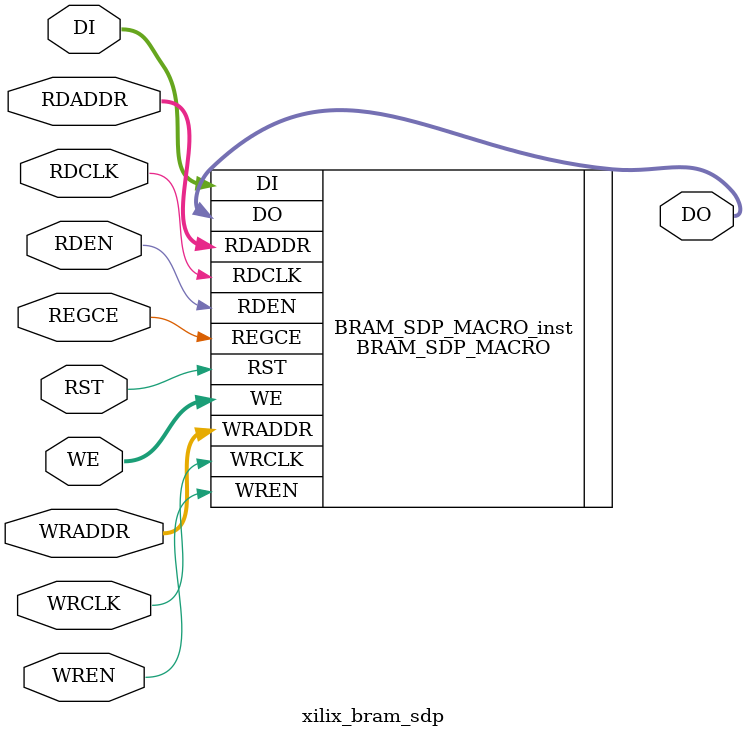
<source format=v>
module xilix_bram_sdp
#(  // Parameters
    parameter         BRAM_SIZE             = "36Kb",        // Target BRAM: "18Kb" or "36Kb"
    parameter integer OUT_REG               = 1,             // Optional port A output register (0 or 1)
    parameter integer INIT                  = 36'd0,         // Initial values on port A output port
    parameter         INIT_FILE             = "NONE",                    
    parameter integer READ_WIDTH            = 16,            // Valid values are 1-72 (37-72 only valid when BRAM_SIZE="36Kb")
    parameter         SIM_COLLISION_CHK     = "ALL",         // Collision check enable "ALL", "WARNING_ONLY", // "GENERATE_X_ONLY" or "NONE"
    parameter integer SRVAL                 = 36'd0,         // Set/Reset value for port A output
    parameter         WRITE_MODE            = "WRITE_FIRST", // "WRITE_FIRST", "READ_FIRST", or "NO_CHANGE"
    parameter         WRITE_WIDTH           = 16             // Valid values are 1-72 (37-72 only valid when BRAM_SIZE="36Kb")
)(  //Ports                                                    
    input  wire                             RST,             // 1-bit input reset
    input  wire                             RDCLK,           // 1-bit input read clock
    input  wire [ ADDR_WIDTH      -1 : 0 ]  RDADDR,          // Input read address, width defined by read port depth
    input  wire                             RDEN,            // 1-bit input read port enable
    input  wire                             REGCE,           // 1-bit input read output register enable
    output wire [ READ_WIDTH      -1 : 0 ]  DO,              // Output read data port, width defined by READ_WIDTH parameter
    input  wire                             WRCLK,           // 1-bit input write clock
    input  wire [ ADDR_WIDTH      -1 : 0 ]  WRADDR,          // Input write address, width defined by write port depth
    input  wire                             WREN,            // 1-bit input write port enable
    input  wire [ WE_WIDTH        -1 : 0 ]  WE,              // Input write enable, width defined by write port depth
    input  wire [ WRITE_WIDTH     -1 : 0 ]  DI               // Input write data port, width defined by WRITE_WIDTH parameter
);

localparam ADDR_WIDTH   = 4;

localparam WE_WIDTH = 4;

// ******************************************************************
// MACRO: SIMPLE DUAL PORT BRAM
// ******************************************************************
BRAM_SDP_MACRO #(
    .BRAM_SIZE              ( BRAM_SIZE                 ),   // Target BRAM, "18Kb" or "36Kb"
    .DEVICE                 ( "7SERIES"                 ),   // Target device: "VIRTEX5", "VIRTEX6", "SPARTAN6", "7SERIES"
    .WRITE_WIDTH            ( WRITE_WIDTH               ),   // Valid values are 1-72 (37-72 only valid when BRAM_SIZE="36Kb")
    .READ_WIDTH             ( READ_WIDTH                ),   // Valid values are 1-72 (37-72 only valid when BRAM_SIZE="36Kb")
    .DO_REG                 ( OUT_REG                   ),   // Optional output register (0 or 1)
    .INIT_FILE              ( INIT_FILE                 ),
    .SIM_COLLISION_CHECK    ( SIM_COLLISION_CHK         ),   // Collision check enable "ALL", "WARNING_ONLY", "GENERATE_X_ONLY" or "NONE"
    .SRVAL                  ( SRVAL                     ),   // Set/Reset value for port output
    .INIT                   ( INIT                      ),   // Initial values on output port
    .WRITE_MODE             ( WRITE_MODE                )    // Specify "READ_FIRST" for same clock or synchronous clocks. Specify "WRITE_FIRST for asynchronous clocks on ports
) BRAM_SDP_MACRO_inst (
    .RST                    ( RST                       ),   // 1-bit input reset
    .RDCLK                  ( RDCLK                     ),   // 1-bit input read clock
    .RDADDR                 ( RDADDR                    ),   // Input read address, width defined by read port depth
    .RDEN                   ( RDEN                      ),   // 1-bit input read port enable
    .REGCE                  ( REGCE                     ),   // 1-bit input read output register enable
    .DO                     ( DO                        ),   // Output read data port, width defined by READ_WIDTH parameter
    .WRCLK                  ( WRCLK                     ),   // 1-bit input write clock
    .WRADDR                 ( WRADDR                    ),   // Input write address, width defined by write port depth
    .WREN                   ( WREN                      ),   // 1-bit input write port enable
    .WE                     ( WE                        ),   // Input write enable, width defined by write port depth
    .DI                     ( DI                        )    // Input write data port, width defined by WRITE_WIDTH parameter
);

endmodule

</source>
